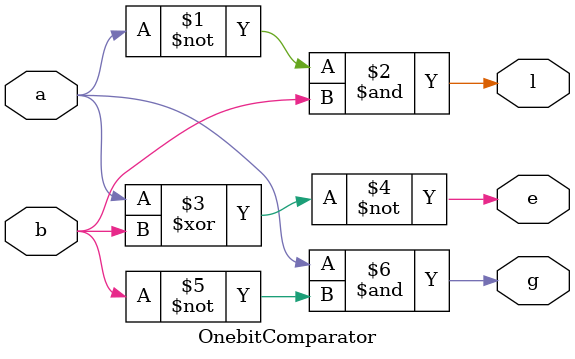
<source format=v>
module OnebitComparator (
    input a,b,
    output l,e,g
);
    assign l = ~a & b;
    assign e = ~(a ^ b);
    assign g = a & ~b;
endmodule
</source>
